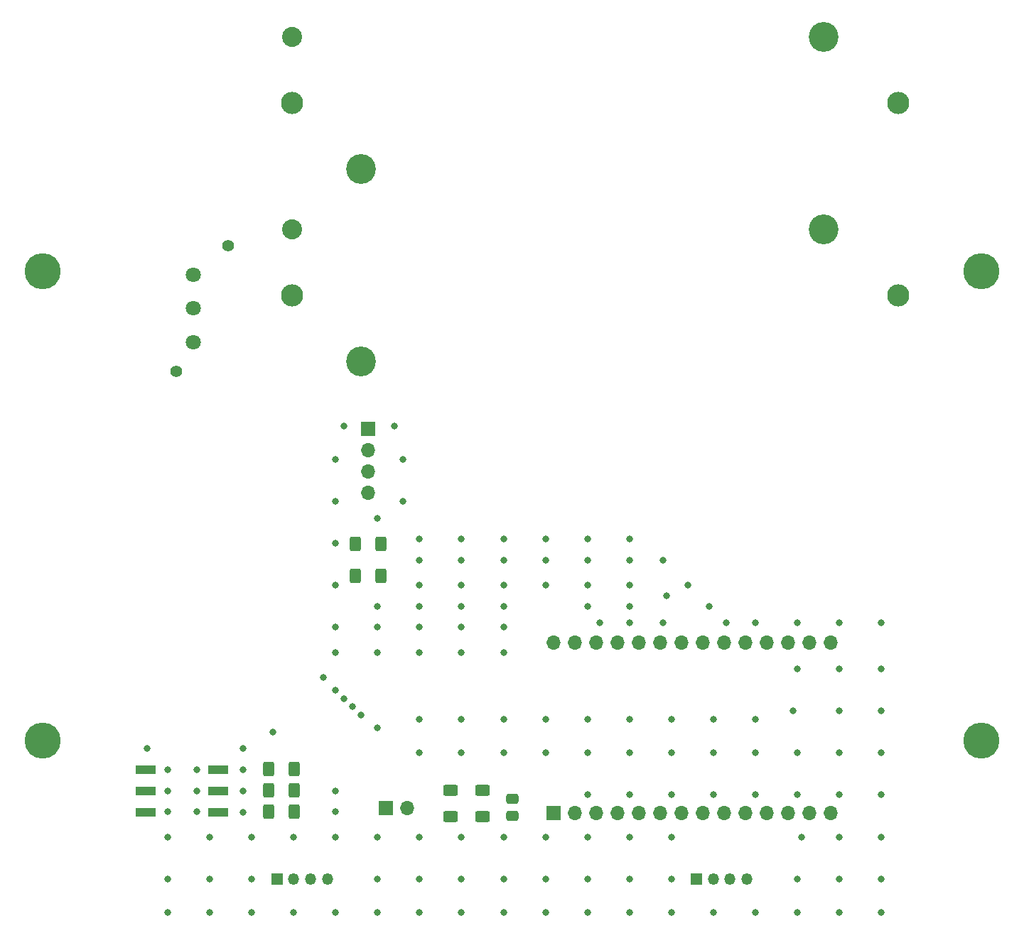
<source format=gts>
G04 #@! TF.GenerationSoftware,KiCad,Pcbnew,8.0.1*
G04 #@! TF.CreationDate,2024-03-22T19:38:57+01:00*
G04 #@! TF.ProjectId,BikeCounter_SingleBoard,42696b65-436f-4756-9e74-65725f53696e,rev?*
G04 #@! TF.SameCoordinates,Original*
G04 #@! TF.FileFunction,Soldermask,Top*
G04 #@! TF.FilePolarity,Negative*
%FSLAX46Y46*%
G04 Gerber Fmt 4.6, Leading zero omitted, Abs format (unit mm)*
G04 Created by KiCad (PCBNEW 8.0.1) date 2024-03-22 19:38:57*
%MOMM*%
%LPD*%
G01*
G04 APERTURE LIST*
G04 Aperture macros list*
%AMRoundRect*
0 Rectangle with rounded corners*
0 $1 Rounding radius*
0 $2 $3 $4 $5 $6 $7 $8 $9 X,Y pos of 4 corners*
0 Add a 4 corners polygon primitive as box body*
4,1,4,$2,$3,$4,$5,$6,$7,$8,$9,$2,$3,0*
0 Add four circle primitives for the rounded corners*
1,1,$1+$1,$2,$3*
1,1,$1+$1,$4,$5*
1,1,$1+$1,$6,$7*
1,1,$1+$1,$8,$9*
0 Add four rect primitives between the rounded corners*
20,1,$1+$1,$2,$3,$4,$5,0*
20,1,$1+$1,$4,$5,$6,$7,0*
20,1,$1+$1,$6,$7,$8,$9,0*
20,1,$1+$1,$8,$9,$2,$3,0*%
G04 Aperture macros list end*
%ADD10RoundRect,0.250000X-0.400000X-0.625000X0.400000X-0.625000X0.400000X0.625000X-0.400000X0.625000X0*%
%ADD11R,1.700000X1.700000*%
%ADD12O,1.700000X1.700000*%
%ADD13RoundRect,0.250000X0.475000X-0.337500X0.475000X0.337500X-0.475000X0.337500X-0.475000X-0.337500X0*%
%ADD14RoundRect,0.250000X0.625000X-0.400000X0.625000X0.400000X-0.625000X0.400000X-0.625000X-0.400000X0*%
%ADD15R,2.440000X1.120000*%
%ADD16C,1.400000*%
%ADD17C,1.800000*%
%ADD18R,1.350000X1.350000*%
%ADD19O,1.350000X1.350000*%
%ADD20C,3.550000*%
%ADD21C,2.390000*%
%ADD22C,2.640000*%
%ADD23C,4.300000*%
%ADD24C,0.800000*%
G04 APERTURE END LIST*
D10*
X62000000Y-137000000D03*
X65100000Y-137000000D03*
X62000000Y-134460000D03*
X65100000Y-134460000D03*
D11*
X95980000Y-137181000D03*
D12*
X98520000Y-137181000D03*
X101060000Y-137181000D03*
X103600000Y-137181000D03*
X106140000Y-137181000D03*
X108680000Y-137181000D03*
X111220000Y-137181000D03*
X113760000Y-137181000D03*
X116300000Y-137181000D03*
X118840000Y-137181000D03*
X121380000Y-137181000D03*
X123920000Y-137181000D03*
X126460000Y-137181000D03*
X129000000Y-137181000D03*
X129000000Y-116861000D03*
X126460000Y-116861000D03*
X123920000Y-116861000D03*
X121380000Y-116861000D03*
X118840000Y-116861000D03*
X116300000Y-116861000D03*
X113760000Y-116861000D03*
X111220000Y-116861000D03*
X108680000Y-116861000D03*
X106140000Y-116861000D03*
X103600000Y-116861000D03*
X101060000Y-116861000D03*
X98520000Y-116861000D03*
X95980000Y-116861000D03*
D13*
X91016000Y-137512500D03*
X91016000Y-135437500D03*
D14*
X83650000Y-137562500D03*
X83650000Y-134462500D03*
X87460000Y-137562500D03*
X87460000Y-134462500D03*
D15*
X56000000Y-137080000D03*
X56000000Y-134540000D03*
X56000000Y-132000000D03*
X47390000Y-132000000D03*
X47390000Y-134540000D03*
X47390000Y-137080000D03*
D10*
X62000000Y-131920000D03*
X65100000Y-131920000D03*
X72322000Y-108890000D03*
X75422000Y-108890000D03*
X72322000Y-105080000D03*
X75422000Y-105080000D03*
D11*
X73872000Y-91364000D03*
D12*
X73872000Y-93904000D03*
X73872000Y-96444000D03*
X73872000Y-98984000D03*
D11*
X75975000Y-136611000D03*
D12*
X78515000Y-136611000D03*
D16*
X51000000Y-84500000D03*
X57200000Y-69500000D03*
D17*
X53000000Y-73000000D03*
X53000000Y-77000000D03*
X53000000Y-81000000D03*
D18*
X63000000Y-145000000D03*
D19*
X65000000Y-145000000D03*
X67000000Y-145000000D03*
X69000000Y-145000000D03*
D20*
X128180000Y-44605000D03*
X72980000Y-60345000D03*
D21*
X64780000Y-44605000D03*
D22*
X64780000Y-52475000D03*
X137000000Y-52475000D03*
D23*
X146935000Y-128490000D03*
X35065000Y-72560000D03*
D20*
X128180000Y-67605000D03*
X72980000Y-83345000D03*
D21*
X64780000Y-67605000D03*
D22*
X64780000Y-75475000D03*
X137000000Y-75475000D03*
D18*
X113000000Y-145000000D03*
D19*
X115000000Y-145000000D03*
X117000000Y-145000000D03*
X119000000Y-145000000D03*
D23*
X35065000Y-128490000D03*
X146935000Y-72560000D03*
D24*
X59000000Y-132000000D03*
X71000000Y-123500000D03*
X72000000Y-124500000D03*
X58960000Y-134540000D03*
X105000000Y-107000000D03*
X105000000Y-104500000D03*
X105000000Y-140000000D03*
X50000000Y-149000000D03*
X105000000Y-114500000D03*
X95000000Y-104500000D03*
X78000000Y-95000000D03*
X114500000Y-112500000D03*
X70000000Y-118000000D03*
X50000000Y-137000000D03*
X90000000Y-115000000D03*
X85000000Y-104500000D03*
X135000000Y-135000000D03*
X125000000Y-135000000D03*
X130000000Y-135000000D03*
X90000000Y-107000000D03*
X50000000Y-132000000D03*
X135000000Y-125000000D03*
X77000000Y-91000000D03*
X95000000Y-145000000D03*
X110000000Y-145000000D03*
X53500000Y-137000000D03*
X100000000Y-149000000D03*
X100000000Y-110000000D03*
X100000000Y-107000000D03*
X109000000Y-107000000D03*
X75000000Y-102000000D03*
X85000000Y-145000000D03*
X85000000Y-112500000D03*
X90000000Y-140000000D03*
X115000000Y-130000000D03*
X135000000Y-130000000D03*
X80000000Y-145000000D03*
X65000000Y-149000000D03*
X135000000Y-149000000D03*
X60000000Y-140000000D03*
X47500000Y-129500000D03*
X70000000Y-95000000D03*
X80000000Y-149000000D03*
X120000000Y-135000000D03*
X116500000Y-114500000D03*
X110000000Y-130000000D03*
X115000000Y-149000000D03*
X135000000Y-140000000D03*
X50000000Y-134500000D03*
X70000000Y-115000000D03*
X85000000Y-115000000D03*
X70000000Y-149000000D03*
X78000000Y-100000000D03*
X65000000Y-140000000D03*
X95000000Y-140000000D03*
X71000000Y-91000000D03*
X62500000Y-127500000D03*
X100000000Y-145000000D03*
X124500000Y-125000000D03*
X75000000Y-118000000D03*
X80000000Y-115000000D03*
X70000000Y-134500000D03*
X95000000Y-107000000D03*
X100000000Y-130000000D03*
X120000000Y-114500000D03*
X50000000Y-140000000D03*
X85000000Y-140000000D03*
X100000000Y-135000000D03*
X70000000Y-105000000D03*
X85000000Y-126000000D03*
X90000000Y-118000000D03*
X55000000Y-149000000D03*
X105000000Y-135000000D03*
X90000000Y-104500000D03*
X115000000Y-126000000D03*
X80000000Y-140000000D03*
X135000000Y-145000000D03*
X95000000Y-130000000D03*
X135000000Y-120000000D03*
X125000000Y-120000000D03*
X60000000Y-149000000D03*
X115000000Y-135000000D03*
X75000000Y-127000000D03*
X75000000Y-140000000D03*
X100000000Y-126000000D03*
X55000000Y-140000000D03*
X53500000Y-132000000D03*
X130000000Y-114500000D03*
X130000000Y-125000000D03*
X90000000Y-149000000D03*
X120000000Y-130000000D03*
X70000000Y-110000000D03*
X105000000Y-130000000D03*
X130000000Y-145000000D03*
X80000000Y-118000000D03*
X120000000Y-149000000D03*
X130000000Y-140000000D03*
X55000000Y-145000000D03*
X80000000Y-104500000D03*
X100000000Y-112500000D03*
X125000000Y-130000000D03*
X130000000Y-149000000D03*
X53500000Y-134500000D03*
X100000000Y-140000000D03*
X50000000Y-145000000D03*
X125000000Y-145000000D03*
X90000000Y-110000000D03*
X68500000Y-121000000D03*
X125500000Y-140000000D03*
X110000000Y-140000000D03*
X90000000Y-130000000D03*
X90000000Y-126000000D03*
X105000000Y-149000000D03*
X135000000Y-114500000D03*
X110000000Y-135000000D03*
X109390289Y-111256746D03*
X70000000Y-100000000D03*
X75000000Y-115000000D03*
X75000000Y-145000000D03*
X105000000Y-112500000D03*
X90000000Y-145000000D03*
X130000000Y-130000000D03*
X80000000Y-130000000D03*
X105000000Y-126000000D03*
X105000000Y-145000000D03*
X70000000Y-140000000D03*
X75000000Y-112500000D03*
X85000000Y-149000000D03*
X110000000Y-126000000D03*
X80000000Y-107000000D03*
X75000000Y-149000000D03*
X101500000Y-114500000D03*
X85000000Y-118000000D03*
X90000000Y-112500000D03*
X109000000Y-114500000D03*
X130000000Y-120000000D03*
X125000000Y-114500000D03*
X95000000Y-149000000D03*
X120000000Y-126000000D03*
X95000000Y-110000000D03*
X85000000Y-107000000D03*
X85000000Y-110000000D03*
X80000000Y-126000000D03*
X105000000Y-110000000D03*
X80000000Y-110000000D03*
X100000000Y-104500000D03*
X112000000Y-110000000D03*
X125000000Y-149000000D03*
X80000000Y-112500000D03*
X95000000Y-126000000D03*
X70000000Y-137000000D03*
X110000000Y-149000000D03*
X60000000Y-145000000D03*
X85000000Y-130000000D03*
X70000000Y-122500000D03*
X59000000Y-129500000D03*
X73000000Y-125500000D03*
X59000000Y-137080000D03*
M02*

</source>
